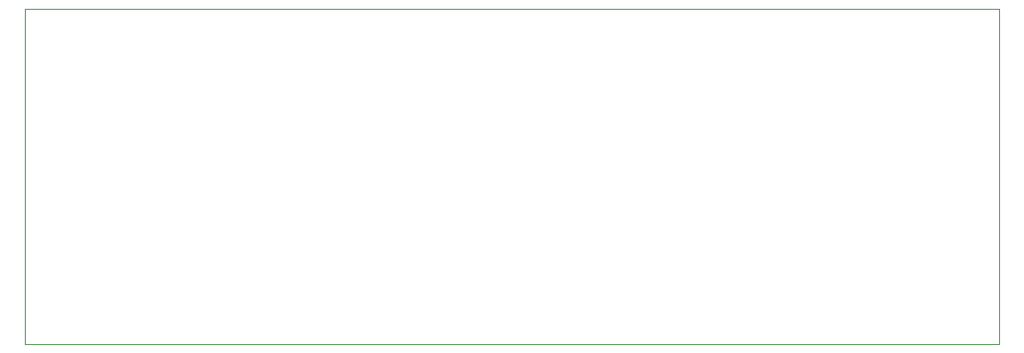
<source format=gbr>
%TF.GenerationSoftware,KiCad,Pcbnew,8.0.5-8.0.5-0~ubuntu22.04.1*%
%TF.CreationDate,2024-10-17T10:17:30+02:00*%
%TF.ProjectId,SerialSniffer_kicad,53657269-616c-4536-9e69-666665725f6b,rev?*%
%TF.SameCoordinates,Original*%
%TF.FileFunction,Profile,NP*%
%FSLAX46Y46*%
G04 Gerber Fmt 4.6, Leading zero omitted, Abs format (unit mm)*
G04 Created by KiCad (PCBNEW 8.0.5-8.0.5-0~ubuntu22.04.1) date 2024-10-17 10:17:30*
%MOMM*%
%LPD*%
G01*
G04 APERTURE LIST*
%TA.AperFunction,Profile*%
%ADD10C,0.100000*%
%TD*%
G04 APERTURE END LIST*
D10*
X65143000Y-70000000D02*
X158001000Y-70000000D01*
X158001000Y-102000000D01*
X65143000Y-102000000D01*
X65143000Y-70000000D01*
M02*

</source>
